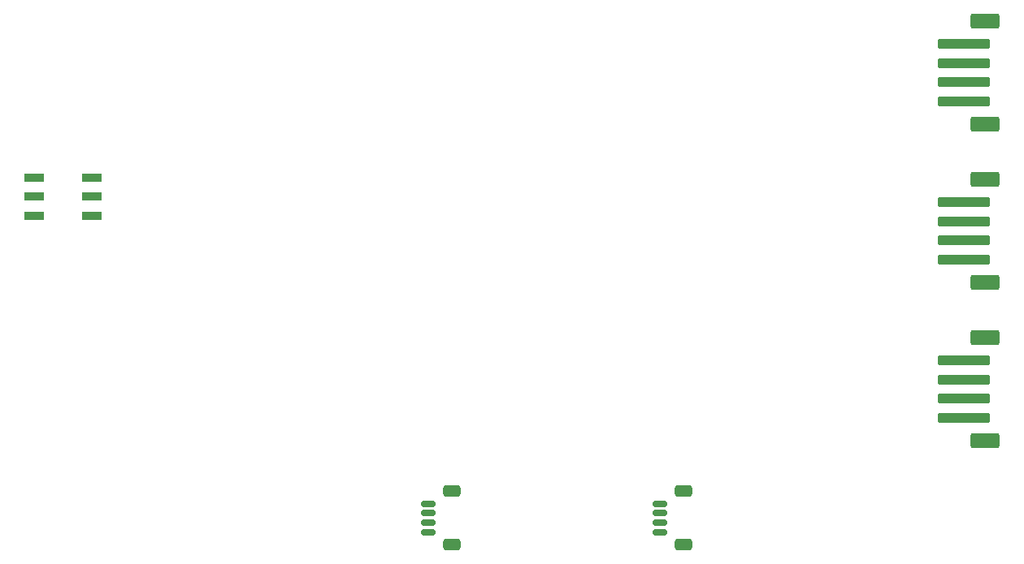
<source format=gbr>
%TF.GenerationSoftware,KiCad,Pcbnew,7.0.10-7.0.10~ubuntu22.04.1*%
%TF.CreationDate,2024-08-19T10:48:18-07:00*%
%TF.ProjectId,iorodeo_feather_tripler_enc1,696f726f-6465-46f5-9f66-656174686572,rev?*%
%TF.SameCoordinates,Original*%
%TF.FileFunction,Paste,Top*%
%TF.FilePolarity,Positive*%
%FSLAX46Y46*%
G04 Gerber Fmt 4.6, Leading zero omitted, Abs format (unit mm)*
G04 Created by KiCad (PCBNEW 7.0.10-7.0.10~ubuntu22.04.1) date 2024-08-19 10:48:18*
%MOMM*%
%LPD*%
G01*
G04 APERTURE LIST*
G04 Aperture macros list*
%AMRoundRect*
0 Rectangle with rounded corners*
0 $1 Rounding radius*
0 $2 $3 $4 $5 $6 $7 $8 $9 X,Y pos of 4 corners*
0 Add a 4 corners polygon primitive as box body*
4,1,4,$2,$3,$4,$5,$6,$7,$8,$9,$2,$3,0*
0 Add four circle primitives for the rounded corners*
1,1,$1+$1,$2,$3*
1,1,$1+$1,$4,$5*
1,1,$1+$1,$6,$7*
1,1,$1+$1,$8,$9*
0 Add four rect primitives between the rounded corners*
20,1,$1+$1,$2,$3,$4,$5,0*
20,1,$1+$1,$4,$5,$6,$7,0*
20,1,$1+$1,$6,$7,$8,$9,0*
20,1,$1+$1,$8,$9,$2,$3,0*%
G04 Aperture macros list end*
%ADD10RoundRect,0.250000X-2.500000X0.250000X-2.500000X-0.250000X2.500000X-0.250000X2.500000X0.250000X0*%
%ADD11RoundRect,0.250000X-1.250000X0.550000X-1.250000X-0.550000X1.250000X-0.550000X1.250000X0.550000X0*%
%ADD12R,2.000000X0.900000*%
%ADD13RoundRect,0.150000X-0.625000X0.150000X-0.625000X-0.150000X0.625000X-0.150000X0.625000X0.150000X0*%
%ADD14RoundRect,0.250000X-0.650000X0.350000X-0.650000X-0.350000X0.650000X-0.350000X0.650000X0.350000X0*%
G04 APERTURE END LIST*
D10*
%TO.C,J4*%
X146162000Y-94307400D03*
X146162000Y-96307400D03*
X146162000Y-98307400D03*
X146162000Y-100307400D03*
D11*
X148412000Y-102707400D03*
X148412000Y-91907400D03*
%TD*%
D10*
%TO.C,J3*%
X146162000Y-77797400D03*
X146162000Y-79797400D03*
X146162000Y-81797400D03*
X146162000Y-83797400D03*
D11*
X148412000Y-86197400D03*
X148412000Y-75397400D03*
%TD*%
D10*
%TO.C,J2*%
X146162000Y-61287400D03*
X146162000Y-63287400D03*
X146162000Y-65287400D03*
X146162000Y-67287400D03*
D11*
X148412000Y-69687400D03*
X148412000Y-58887400D03*
%TD*%
D12*
%TO.C,SW1*%
X49324000Y-79216000D03*
X49324000Y-77216000D03*
X49324000Y-75216000D03*
X55324000Y-79216000D03*
X55324000Y-77216000D03*
X55324000Y-75216000D03*
%TD*%
D13*
%TO.C,J5*%
X90369000Y-109244000D03*
X90369000Y-110244000D03*
X90369000Y-111244000D03*
X90369000Y-112244000D03*
D14*
X92894000Y-107944000D03*
X92894000Y-113544000D03*
%TD*%
D13*
%TO.C,J6*%
X114499000Y-109244000D03*
X114499000Y-110244000D03*
X114499000Y-111244000D03*
X114499000Y-112244000D03*
D14*
X117024000Y-107944000D03*
X117024000Y-113544000D03*
%TD*%
M02*

</source>
